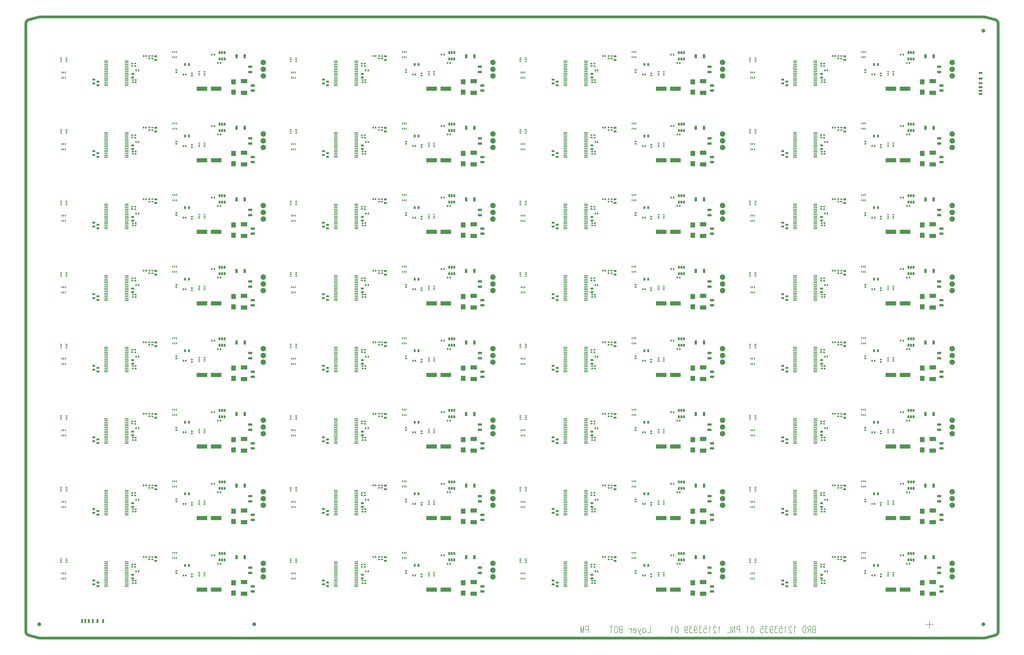
<source format=gbr>
*
G04 Job   : C:\PCB\Expedition\Projects\Manoi001\P08496\12153935_LTM_RH\panel_12153939\12153939.pnl*
G04 User  : UA220009:manoi001*
G04 Layer : SolderPasteBot.gbr*
G04 Date  : Fri Oct 21 17:36:58 2022*
G04 Expedition Layer: Solder Paste - Bottom*
%ICAS*%
%MOIN*%
%FSDAX24Y24*%
%OFA0.0000B0.0000*%
G90*
G74*
%AMVB_RCRECTANGLE*
$3=$3X2*
21,1,$1-$3,$2,0,0,0*
21,1,$1,$2-$3,0,0,0*
$1=$1/2*
$2=$2/2*
$3=$3/2*
$1=$1-$3*
$2=$2-$3*
1,1,$3X2,0-$1,0-$2*
1,1,$3X2,0-$1,$2*
1,1,$3X2,$1,$2*
1,1,$3X2,$1,0-$2*
%
%ADD11C,0.00787*%
%ADD10C,0.03937*%
%ADD15C,0.07874*%
%ADD14VB_RCRECTANGLE,0.02362X0.01575X0.00197*%
%ADD17VB_RCRECTANGLE,0.01575X0.02362X0.00197*%
%ADD12VB_RCRECTANGLE,0.02756X0.01969X0.00197*%
%ADD13VB_RCRECTANGLE,0.01969X0.02756X0.00197*%
%ADD71VB_RCRECTANGLE,0.03937X0.02756X0.00197*%
%ADD22VB_RCRECTANGLE,0.02756X0.03937X0.00197*%
%ADD19VB_RCRECTANGLE,0.02362X0.04331X0.00197*%
%ADD16VB_RCRECTANGLE,0.05512X0.01575X0.00197*%
%ADD70VB_RCRECTANGLE,0.05906X0.03150X0.00197*%
%ADD23VB_RCRECTANGLE,0.03150X0.05906X0.00197*%
%ADD18VB_RCRECTANGLE,0.06693X0.07480X0.00197*%
%ADD21VB_RCRECTANGLE,0.09055X0.06299X0.00197*%
%ADD20VB_RCRECTANGLE,0.15157X0.06299X0.00197*%
G01*
G36*
X-129803Y-000283D02*
G03X-129764Y-000285I000039J000283D01*
X-129478Y000000J000285*
X-129481Y000039I000286*
G01X-129724*
Y000283*
G03X-129764Y000285I000040J000283*
X-130049Y000000J000285*
X-130046Y-000039I000285*
G01X-129803*
Y-000283*
Y000283D02*
Y000039D01*
X-130046*
G03X-130049Y000000I000282J000039*
X-129764Y-000285I000285*
X-129724Y-000283J000285*
G01Y-000039*
X-129481*
G03X-129478Y000000I000283J000039*
X-129764Y000285I000286*
X-129803Y000283J000285*
G01X-129481Y000039D02*
X-129724D01*
Y000283*
G03X-129764Y000285I000040J000283*
X-130049Y000000J000285*
X-130046Y-000039I000285*
G01X-129803*
Y-000283*
G03X-129764Y-000285I000039J000283*
X-129478Y000000J000285*
X-129481Y000039I000286*
G01X-123661Y000197D02*
X-123386D01*
Y000748*
X-123661*
Y000197*
X-123189D02*
X-122913D01*
Y000748*
X-123189*
Y000197*
X-122677D02*
X-122402D01*
Y000748*
X-122677*
Y000197*
X-122087D02*
X-121811D01*
Y000748*
X-122087*
Y000197*
X-121417D02*
X-121142D01*
Y000748*
X-121417*
Y000197*
X-120591D02*
X-120315D01*
Y000748*
X-120591*
Y000197*
X-098465Y-000283D02*
G03X-098425Y-000285I000040J000283D01*
X-098140Y000000J000285*
X-098142Y000039I000285*
G01X-098386*
Y000283*
G03X-098425Y000285I000039J000283*
X-098711Y000000J000285*
X-098708Y-000039I000286*
G01X-098465*
Y-000283*
Y000283D02*
Y000039D01*
X-098708*
G03X-098711Y000000I000283J000039*
X-098425Y-000285I000286*
X-098386Y-000283J000285*
G01Y-000039*
X-098142*
G03X-098140Y000000I000283J000039*
X-098425Y000285I000285*
X-098465Y000283J000285*
G01X-098142Y000039D02*
X-098386D01*
Y000283*
G03X-098425Y000285I000039J000283*
X-098711Y000000J000285*
X-098708Y-000039I000286*
G01X-098465*
Y-000283*
G03X-098425Y-000285I000040J000283*
X-098140Y000000J000285*
X-098142Y000039I000285*
G01X007146Y077185D02*
X007697D01*
Y077461*
X007146*
Y077185*
Y077657D02*
X007697D01*
Y077933*
X007146*
Y077657*
Y078169D02*
X007697D01*
Y078445*
X007146*
Y078169*
Y078760D02*
X007697D01*
Y079035*
X007146*
Y078760*
Y079429D02*
X007697D01*
Y079705*
X007146*
Y079429*
Y080256D02*
X007697D01*
Y080531*
X007146*
Y080256*
X007795Y-000283D02*
G03X007835Y-000285I000040J000283D01*
X008120Y000000J000285*
X008117Y000039I000285*
G01X007874*
Y000283*
G03X007835Y000285I000039J000283*
X007549Y000000J000285*
X007552Y-000039I000286*
G01X007795*
Y-000283*
Y000283D02*
Y000039D01*
X007552*
G03X007549Y000000I000283J000039*
X007835Y-000285I000286*
X007874Y-000283J000285*
G01Y-000039*
X008117*
G03X008120Y000000I000282J000039*
X007835Y000285I000285*
X007795Y000283J000285*
G01Y086253D02*
G03X007835Y086250I000040J000282D01*
X008120Y086535J000285*
X008117Y086575I000285*
G01X007874*
Y086818*
G03X007835Y086821I000039J000283*
X007549Y086535J000286*
X007552Y086496I000286*
G01X007795*
Y086253*
Y086818D02*
Y086575D01*
X007552*
G03X007549Y086535I000283J000040*
X007835Y086250I000286*
X007874Y086253J000285*
G01Y086496*
X008117*
G03X008120Y086535I000282J000039*
X007835Y086821I000285*
X007795Y086818J000286*
G01X008117Y000039D02*
X007874D01*
Y000283*
G03X007835Y000285I000039J000283*
X007549Y000000J000285*
X007552Y-000039I000286*
G01X007795*
Y-000283*
G03X007835Y-000285I000040J000283*
X008120Y000000J000285*
X008117Y000039I000285*
G01Y086575D02*
X007874D01*
Y086818*
G03X007835Y086821I000039J000283*
X007549Y086535J000286*
X007552Y086496I000286*
G01X007795*
Y086253*
G03X007835Y086250I000040J000282*
X008120Y086535J000285*
X008117Y086575I000285*
G37*
G54D10*
G01X-056535Y-002008D02*
X-129717D01*
G02X-129871Y-001987J000591*
G01X-131295Y-001602*
G02X-131732Y-001032I000154J000570*
G01Y-001031*
Y087575*
G02X-131291Y088146I000590*
G01X-129870Y088524*
G02X-129719Y088543I000151J000572*
X-129717J000591*
G01X007992*
G02X008142Y088524I000001J000590*
G01X009563Y088150*
G02X010000Y087579I000154J000571*
G01Y-001031*
Y-001032*
G02X009563Y-001602I000591*
G01X008151Y-001987*
G02X007995Y-002008I000156J000570*
G01X-056535*
G54D11*
X-050416Y-001259D02*
Y-000275D01*
X-050635Y-001259*
X-050854Y-000275*
Y-001259*
X-049727D02*
Y-000275D01*
X-050009*
X-050103Y-000334*
X-050134Y-000379*
X-050165Y-000468*
Y-000603*
X-050134Y-000707*
X-050103Y-000752*
X-050009Y-000797*
X-049727*
X-046403Y-000275D02*
Y-001259D01*
X-046183Y-000275D02*
X-046622D01*
X-045651D02*
X-045599Y-000334D01*
X-045547Y-000424*
X-045515Y-000513*
X-045494Y-000647*
Y-000886*
X-045515Y-001020*
X-045547Y-001125*
X-045599Y-001214*
X-045651Y-001259*
X-045766*
X-045818Y-001214*
X-045881Y-001125*
X-045902Y-001020*
X-045933Y-000886*
Y-000647*
X-045902Y-000513*
X-045881Y-000424*
X-045818Y-000334*
X-045766Y-000275*
X-045651*
X-044806Y-000752D02*
X-045087D01*
X-045181Y-000797*
X-045213Y-000841*
X-045244Y-000931*
Y-001080*
X-045213Y-001169*
X-045181Y-001214*
X-045087Y-001259*
X-044806*
Y-000275*
X-045087*
X-045181Y-000334*
X-045213Y-000379*
X-045244Y-000468*
Y-000558*
X-045213Y-000647*
X-045181Y-000707*
X-045087Y-000752*
X-043428Y-000886D02*
X-043480Y-000752D01*
X-043584Y-000662*
X-043699Y-000618*
X-043866*
X-043428D02*
Y-001259D01*
X-042739Y-000886D02*
X-043177D01*
Y-000797*
X-043146Y-000707*
X-043104Y-000662*
X-043031Y-000618*
X-042916*
X-042843Y-000662*
X-042770Y-000752*
X-042739Y-000886*
Y-000990*
X-042770Y-001125*
X-042843Y-001214*
X-042916Y-001259*
X-043031*
X-043104Y-001214*
X-043177Y-001125*
X-042488Y-000618D02*
X-042279Y-001259D01*
X-042217Y-001453*
X-042144Y-001542*
X-042081Y-001587*
X-042050*
X-042081Y-000618D02*
X-042279Y-001259D01*
X-041799Y-000752D02*
X-041726Y-000662D01*
X-041653Y-000618*
X-041538*
X-041465Y-000662*
X-041392Y-000752*
X-041361Y-000886*
Y-000990*
X-041392Y-001125*
X-041465Y-001214*
X-041538Y-001259*
X-041653*
X-041726Y-001214*
X-041799Y-001125*
Y-000618D02*
Y-001259D01*
X-040672Y-000275D02*
Y-001259D01*
X-041110*
X-037492Y-000466D02*
X-037534Y-000421D01*
X-037586Y-000287*
Y-001256*
X-036824Y-000287D02*
X-036730Y-000331D01*
X-036667Y-000466*
X-036636Y-000704*
Y-000838*
X-036667Y-001077*
X-036730Y-001211*
X-036824Y-001256*
X-036886*
X-036980Y-001211*
X-037043Y-001077*
X-037074Y-000838*
Y-000704*
X-037043Y-000466*
X-036980Y-000331*
X-036886Y-000287*
X-036824*
X-035696Y-000600D02*
X-035665Y-000749D01*
X-035602Y-000838*
X-035488Y-000883*
X-035456*
X-035352Y-000838*
X-035289Y-000749*
X-035258Y-000600*
Y-000555*
X-035289Y-000421*
X-035352Y-000331*
X-035456Y-000287*
X-035488*
X-035602Y-000331*
X-035665Y-000421*
X-035696Y-000600*
Y-000838*
X-035665Y-001077*
X-035602Y-001211*
X-035488Y-001256*
X-035425*
X-035321Y-001211*
X-035289Y-001122*
X-034632Y-000287D02*
X-034976D01*
X-034788Y-000659*
X-034882*
X-034945Y-000704*
X-034976Y-000749*
X-035007Y-000883*
Y-000987*
X-034976Y-001122*
X-034913Y-001211*
X-034820Y-001256*
X-034726*
X-034632Y-001211*
X-034600Y-001166*
X-034569Y-001077*
X-034318Y-000600D02*
X-034287Y-000749D01*
X-034225Y-000838*
X-034110Y-000883*
X-034078*
X-033974Y-000838*
X-033911Y-000749*
X-033880Y-000600*
Y-000555*
X-033911Y-000421*
X-033974Y-000331*
X-034078Y-000287*
X-034110*
X-034225Y-000331*
X-034287Y-000421*
X-034318Y-000600*
Y-000838*
X-034287Y-001077*
X-034225Y-001211*
X-034110Y-001256*
X-034047*
X-033943Y-001211*
X-033911Y-001122*
X-033254Y-000287D02*
X-033598D01*
X-033410Y-000659*
X-033504*
X-033567Y-000704*
X-033598Y-000749*
X-033630Y-000883*
Y-000987*
X-033598Y-001122*
X-033536Y-001211*
X-033442Y-001256*
X-033348*
X-033254Y-001211*
X-033222Y-001166*
X-033191Y-001077*
X-032878Y-000287D02*
X-032565D01*
X-032533Y-000704*
X-032565Y-000659*
X-032659Y-000615*
X-032753*
X-032847Y-000659*
X-032909Y-000749*
X-032941Y-000883*
Y-000987*
X-032909Y-001122*
X-032847Y-001211*
X-032753Y-001256*
X-032659*
X-032565Y-001211*
X-032533Y-001166*
X-032502Y-001077*
X-031980Y-000466D02*
X-032022Y-000421D01*
X-032074Y-000287*
Y-001256*
X-031156Y-000510D02*
Y-000466D01*
X-031187Y-000376*
X-031218Y-000331*
X-031281Y-000272*
X-031406*
X-031469Y-000331*
X-031500Y-000376*
X-031531Y-000466*
Y-000555*
X-031500Y-000644*
X-031437Y-000794*
X-031124Y-001256*
X-031563*
X-030602Y-000466D02*
X-030644Y-000421D01*
X-030696Y-000287*
Y-001256*
X-029057Y-000272D02*
Y-001256D01*
X-029496*
X-028368D02*
Y-000272D01*
X-028807Y-001256*
Y-000272*
X-027679Y-001256D02*
Y-000272D01*
X-027961*
X-028055Y-000331*
X-028087Y-000376*
X-028118Y-000466*
Y-000600*
X-028087Y-000704*
X-028055Y-000749*
X-027961Y-000794*
X-027679*
X-026468Y-000466D02*
X-026510Y-000421D01*
X-026562Y-000287*
Y-001256*
X-025800Y-000287D02*
X-025706Y-000331D01*
X-025644Y-000466*
X-025613Y-000704*
Y-000838*
X-025644Y-001077*
X-025706Y-001211*
X-025800Y-001256*
X-025863*
X-025957Y-001211*
X-026020Y-001077*
X-026051Y-000838*
Y-000704*
X-026020Y-000466*
X-025957Y-000331*
X-025863Y-000287*
X-025800*
X-024610D02*
X-024297D01*
X-024266Y-000704*
X-024297Y-000659*
X-024391Y-000615*
X-024485*
X-024579Y-000659*
X-024642Y-000749*
X-024673Y-000883*
Y-000987*
X-024642Y-001122*
X-024579Y-001211*
X-024485Y-001256*
X-024391*
X-024297Y-001211*
X-024266Y-001166*
X-024235Y-001077*
X-023608Y-000287D02*
X-023953D01*
X-023765Y-000659*
X-023859*
X-023921Y-000704*
X-023953Y-000749*
X-023984Y-000883*
Y-000987*
X-023953Y-001122*
X-023890Y-001211*
X-023796Y-001256*
X-023702*
X-023608Y-001211*
X-023577Y-001166*
X-023546Y-001077*
X-023295Y-000600D02*
X-023264Y-000749D01*
X-023201Y-000838*
X-023086Y-000883*
X-023055*
X-022951Y-000838*
X-022888Y-000749*
X-022857Y-000600*
Y-000555*
X-022888Y-000421*
X-022951Y-000331*
X-023055Y-000287*
X-023086*
X-023201Y-000331*
X-023264Y-000421*
X-023295Y-000600*
Y-000838*
X-023264Y-001077*
X-023201Y-001211*
X-023086Y-001256*
X-023024*
X-022919Y-001211*
X-022888Y-001122*
X-022230Y-000287D02*
X-022575D01*
X-022387Y-000659*
X-022481*
X-022543Y-000704*
X-022575Y-000749*
X-022606Y-000883*
Y-000987*
X-022575Y-001122*
X-022512Y-001211*
X-022418Y-001256*
X-022324*
X-022230Y-001211*
X-022199Y-001166*
X-022168Y-001077*
X-021855Y-000287D02*
X-021541D01*
X-021510Y-000704*
X-021541Y-000659*
X-021635Y-000615*
X-021729*
X-021823Y-000659*
X-021886Y-000749*
X-021917Y-000883*
Y-000987*
X-021886Y-001122*
X-021823Y-001211*
X-021729Y-001256*
X-021635*
X-021541Y-001211*
X-021510Y-001166*
X-021479Y-001077*
X-020957Y-000466D02*
X-020999Y-000421D01*
X-021051Y-000287*
Y-001256*
X-020132Y-000510D02*
Y-000466D01*
X-020163Y-000376*
X-020195Y-000331*
X-020257Y-000272*
X-020383*
X-020445Y-000331*
X-020477Y-000376*
X-020508Y-000466*
Y-000555*
X-020477Y-000644*
X-020414Y-000794*
X-020101Y-001256*
X-020539*
X-019579Y-000466D02*
X-019621Y-000421D01*
X-019673Y-000287*
Y-001256*
X-018034Y-000272D02*
X-018253D01*
X-018347Y-000331*
X-018410Y-000421*
X-018441Y-000510*
X-018472Y-000644*
Y-000883*
X-018441Y-001017*
X-018410Y-001122*
X-018347Y-001211*
X-018253Y-001256*
X-018034*
Y-000272*
X-017564Y-000749D02*
X-017783Y-001256D01*
X-017345D02*
Y-000272D01*
X-017627*
X-017721Y-000331*
X-017752Y-000376*
X-017783Y-000466*
Y-000555*
X-017752Y-000644*
X-017721Y-000704*
X-017627Y-000749*
X-017345*
X-016656D02*
X-016938D01*
X-017032Y-000794*
X-017063Y-000838*
X-017094Y-000928*
Y-001077*
X-017063Y-001166*
X-017032Y-001211*
X-016938Y-001256*
X-016656*
Y-000272*
X-016938*
X-017032Y-000331*
X-017063Y-000376*
X-017094Y-000466*
Y-000555*
X-017063Y-000644*
X-017032Y-000704*
X-016938Y-000749*
X-000591Y000000D02*
X000591D01*
X000000Y000591D02*
Y-000591D01*
G54D12*
X-116201Y008376D03*
Y008730D03*
Y018809D03*
Y019163D03*
Y029242D03*
Y029596D03*
Y039675D03*
Y040030D03*
Y050108D03*
Y050463D03*
Y060541D03*
Y060896D03*
Y070974D03*
Y071329D03*
Y081407D03*
Y081762D03*
X-116122Y005984D03*
Y006339D03*
Y016417D03*
Y016772D03*
Y026850D03*
Y027205D03*
Y037283D03*
Y037638D03*
Y047717D03*
Y048071D03*
Y058150D03*
Y058504D03*
Y068583D03*
Y068937D03*
Y079016D03*
Y079370D03*
X-115768Y008366D03*
Y008720D03*
Y018799D03*
Y019154D03*
Y029232D03*
Y029587D03*
Y039665D03*
Y040020D03*
Y050098D03*
Y050453D03*
Y060531D03*
Y060886D03*
Y070965D03*
Y071319D03*
Y081398D03*
Y081752D03*
X-115701Y005984D03*
Y006339D03*
Y016417D03*
Y016772D03*
Y026850D03*
Y027205D03*
Y037283D03*
Y037638D03*
Y047717D03*
Y048071D03*
Y058150D03*
Y058504D03*
Y068583D03*
Y068937D03*
Y079016D03*
Y079370D03*
X-113717Y009469D03*
Y009823D03*
Y019902D03*
Y020256D03*
Y030335D03*
Y030689D03*
Y040768D03*
Y041122D03*
Y051201D03*
Y051555D03*
Y061634D03*
Y061988D03*
Y072067D03*
Y072421D03*
Y082500D03*
Y082854D03*
X-113283Y009469D03*
Y009823D03*
Y019902D03*
Y020256D03*
Y030335D03*
Y030689D03*
Y040768D03*
Y041122D03*
Y051201D03*
Y051555D03*
Y061634D03*
Y061988D03*
Y072067D03*
Y072421D03*
Y082500D03*
Y082854D03*
X-109768Y007441D03*
Y007795D03*
Y017874D03*
Y018228D03*
Y028307D03*
Y028661D03*
Y038740D03*
Y039094D03*
Y049173D03*
Y049528D03*
Y059606D03*
Y059961D03*
Y070039D03*
Y070394D03*
Y080472D03*
Y080827D03*
X-107500Y006949D03*
Y007303D03*
Y017382D03*
Y017736D03*
Y027815D03*
Y028169D03*
Y038248D03*
Y038602D03*
Y048681D03*
Y049035D03*
Y059114D03*
Y059469D03*
Y069547D03*
Y069902D03*
Y079980D03*
Y080335D03*
X-082736Y008376D03*
Y008730D03*
Y018809D03*
Y019163D03*
Y029242D03*
Y029596D03*
Y039675D03*
Y040030D03*
Y050108D03*
Y050463D03*
Y060541D03*
Y060896D03*
Y070974D03*
Y071329D03*
Y081407D03*
Y081762D03*
X-082657Y005984D03*
Y006339D03*
Y016417D03*
Y016772D03*
Y026850D03*
Y027205D03*
Y037283D03*
Y037638D03*
Y047717D03*
Y048071D03*
Y058150D03*
Y058504D03*
Y068583D03*
Y068937D03*
Y079016D03*
Y079370D03*
X-082303Y008366D03*
Y008720D03*
Y018799D03*
Y019154D03*
Y029232D03*
Y029587D03*
Y039665D03*
Y040020D03*
Y050098D03*
Y050453D03*
Y060531D03*
Y060886D03*
Y070965D03*
Y071319D03*
Y081398D03*
Y081752D03*
X-082236Y005984D03*
Y006339D03*
Y016417D03*
Y016772D03*
Y026850D03*
Y027205D03*
Y037283D03*
Y037638D03*
Y047717D03*
Y048071D03*
Y058150D03*
Y058504D03*
Y068583D03*
Y068937D03*
Y079016D03*
Y079370D03*
X-080252Y009469D03*
Y009823D03*
Y019902D03*
Y020256D03*
Y030335D03*
Y030689D03*
Y040768D03*
Y041122D03*
Y051201D03*
Y051555D03*
Y061634D03*
Y061988D03*
Y072067D03*
Y072421D03*
Y082500D03*
Y082854D03*
X-079819Y009469D03*
Y009823D03*
Y019902D03*
Y020256D03*
Y030335D03*
Y030689D03*
Y040768D03*
Y041122D03*
Y051201D03*
Y051555D03*
Y061634D03*
Y061988D03*
Y072067D03*
Y072421D03*
Y082500D03*
Y082854D03*
X-076303Y007441D03*
Y007795D03*
Y017874D03*
Y018228D03*
Y028307D03*
Y028661D03*
Y038740D03*
Y039094D03*
Y049173D03*
Y049528D03*
Y059606D03*
Y059961D03*
Y070039D03*
Y070394D03*
Y080472D03*
Y080827D03*
X-074035Y006949D03*
Y007303D03*
Y017382D03*
Y017736D03*
Y027815D03*
Y028169D03*
Y038248D03*
Y038602D03*
Y048681D03*
Y049035D03*
Y059114D03*
Y059469D03*
Y069547D03*
Y069902D03*
Y079980D03*
Y080335D03*
X-049272Y008376D03*
Y008730D03*
Y018809D03*
Y019163D03*
Y029242D03*
Y029596D03*
Y039675D03*
Y040030D03*
Y050108D03*
Y050463D03*
Y060541D03*
Y060896D03*
Y070974D03*
Y071329D03*
Y081407D03*
Y081762D03*
X-049193Y005984D03*
Y006339D03*
Y016417D03*
Y016772D03*
Y026850D03*
Y027205D03*
Y037283D03*
Y037638D03*
Y047717D03*
Y048071D03*
Y058150D03*
Y058504D03*
Y068583D03*
Y068937D03*
Y079016D03*
Y079370D03*
X-048839Y008366D03*
Y008720D03*
Y018799D03*
Y019154D03*
Y029232D03*
Y029587D03*
Y039665D03*
Y040020D03*
Y050098D03*
Y050453D03*
Y060531D03*
Y060886D03*
Y070965D03*
Y071319D03*
Y081398D03*
Y081752D03*
X-048772Y005984D03*
Y006339D03*
Y016417D03*
Y016772D03*
Y026850D03*
Y027205D03*
Y037283D03*
Y037638D03*
Y047717D03*
Y048071D03*
Y058150D03*
Y058504D03*
Y068583D03*
Y068937D03*
Y079016D03*
Y079370D03*
X-046787Y009469D03*
Y009823D03*
Y019902D03*
Y020256D03*
Y030335D03*
Y030689D03*
Y040768D03*
Y041122D03*
Y051201D03*
Y051555D03*
Y061634D03*
Y061988D03*
Y072067D03*
Y072421D03*
Y082500D03*
Y082854D03*
X-046354Y009469D03*
Y009823D03*
Y019902D03*
Y020256D03*
Y030335D03*
Y030689D03*
Y040768D03*
Y041122D03*
Y051201D03*
Y051555D03*
Y061634D03*
Y061988D03*
Y072067D03*
Y072421D03*
Y082500D03*
Y082854D03*
X-042839Y007441D03*
Y007795D03*
Y017874D03*
Y018228D03*
Y028307D03*
Y028661D03*
Y038740D03*
Y039094D03*
Y049173D03*
Y049528D03*
Y059606D03*
Y059961D03*
Y070039D03*
Y070394D03*
Y080472D03*
Y080827D03*
X-040571Y006949D03*
Y007303D03*
Y017382D03*
Y017736D03*
Y027815D03*
Y028169D03*
Y038248D03*
Y038602D03*
Y048681D03*
Y049035D03*
Y059114D03*
Y059469D03*
Y069547D03*
Y069902D03*
Y079980D03*
Y080335D03*
X-015807Y008376D03*
Y008730D03*
Y018809D03*
Y019163D03*
Y029242D03*
Y029596D03*
Y039675D03*
Y040030D03*
Y050108D03*
Y050463D03*
Y060541D03*
Y060896D03*
Y070974D03*
Y071329D03*
Y081407D03*
Y081762D03*
X-015728Y005984D03*
Y006339D03*
Y016417D03*
Y016772D03*
Y026850D03*
Y027205D03*
Y037283D03*
Y037638D03*
Y047717D03*
Y048071D03*
Y058150D03*
Y058504D03*
Y068583D03*
Y068937D03*
Y079016D03*
Y079370D03*
X-015374Y008366D03*
Y008720D03*
Y018799D03*
Y019154D03*
Y029232D03*
Y029587D03*
Y039665D03*
Y040020D03*
Y050098D03*
Y050453D03*
Y060531D03*
Y060886D03*
Y070965D03*
Y071319D03*
Y081398D03*
Y081752D03*
X-015307Y005984D03*
Y006339D03*
Y016417D03*
Y016772D03*
Y026850D03*
Y027205D03*
Y037283D03*
Y037638D03*
Y047717D03*
Y048071D03*
Y058150D03*
Y058504D03*
Y068583D03*
Y068937D03*
Y079016D03*
Y079370D03*
X-013323Y009469D03*
Y009823D03*
Y019902D03*
Y020256D03*
Y030335D03*
Y030689D03*
Y040768D03*
Y041122D03*
Y051201D03*
Y051555D03*
Y061634D03*
Y061988D03*
Y072067D03*
Y072421D03*
Y082500D03*
Y082854D03*
X-012890Y009469D03*
Y009823D03*
Y019902D03*
Y020256D03*
Y030335D03*
Y030689D03*
Y040768D03*
Y041122D03*
Y051201D03*
Y051555D03*
Y061634D03*
Y061988D03*
Y072067D03*
Y072421D03*
Y082500D03*
Y082854D03*
X-009374Y007441D03*
Y007795D03*
Y017874D03*
Y018228D03*
Y028307D03*
Y028661D03*
Y038740D03*
Y039094D03*
Y049173D03*
Y049528D03*
Y059606D03*
Y059961D03*
Y070039D03*
Y070394D03*
Y080472D03*
Y080827D03*
X-007106Y006949D03*
Y007303D03*
Y017382D03*
Y017736D03*
Y027815D03*
Y028169D03*
Y038248D03*
Y038602D03*
Y048681D03*
Y049035D03*
Y059114D03*
Y059469D03*
Y069547D03*
Y069902D03*
Y079980D03*
Y080335D03*
G54D13*
X-115650Y007736D03*
Y018169D03*
Y028602D03*
Y039035D03*
Y049469D03*
Y059902D03*
Y070335D03*
Y080768D03*
X-115295Y007736D03*
Y018169D03*
Y028602D03*
Y039035D03*
Y049469D03*
Y059902D03*
Y070335D03*
Y080768D03*
X-114555Y009819D03*
Y020252D03*
Y030685D03*
Y041118D03*
Y051551D03*
Y061984D03*
Y072417D03*
Y082850D03*
X-114201Y009819D03*
Y020252D03*
Y030685D03*
Y041118D03*
Y051551D03*
Y061984D03*
Y072417D03*
Y082850D03*
X-108760Y007114D03*
Y017547D03*
Y027980D03*
Y038413D03*
Y048846D03*
Y059280D03*
Y069713D03*
Y080146D03*
X-108406Y007114D03*
Y017547D03*
Y027980D03*
Y038413D03*
Y048846D03*
Y059280D03*
Y069713D03*
Y080146D03*
X-104606Y010039D03*
Y020472D03*
Y030906D03*
Y041339D03*
Y051772D03*
Y062205D03*
Y072638D03*
Y083071D03*
X-104252Y010039D03*
Y020472D03*
Y030906D03*
Y041339D03*
Y051772D03*
Y062205D03*
Y072638D03*
Y083071D03*
X-103701Y008819D03*
Y019252D03*
Y029685D03*
Y040118D03*
Y050551D03*
Y060984D03*
Y071417D03*
Y081850D03*
X-103346Y008819D03*
Y019252D03*
Y029685D03*
Y040118D03*
Y050551D03*
Y060984D03*
Y071417D03*
Y081850D03*
X-082185Y007736D03*
Y018169D03*
Y028602D03*
Y039035D03*
Y049469D03*
Y059902D03*
Y070335D03*
Y080768D03*
X-081831Y007736D03*
Y018169D03*
Y028602D03*
Y039035D03*
Y049469D03*
Y059902D03*
Y070335D03*
Y080768D03*
X-081091Y009819D03*
Y020252D03*
Y030685D03*
Y041118D03*
Y051551D03*
Y061984D03*
Y072417D03*
Y082850D03*
X-080736Y009819D03*
Y020252D03*
Y030685D03*
Y041118D03*
Y051551D03*
Y061984D03*
Y072417D03*
Y082850D03*
X-075295Y007114D03*
Y017547D03*
Y027980D03*
Y038413D03*
Y048846D03*
Y059280D03*
Y069713D03*
Y080146D03*
X-074941Y007114D03*
Y017547D03*
Y027980D03*
Y038413D03*
Y048846D03*
Y059280D03*
Y069713D03*
Y080146D03*
X-071142Y010039D03*
Y020472D03*
Y030906D03*
Y041339D03*
Y051772D03*
Y062205D03*
Y072638D03*
Y083071D03*
X-070787Y010039D03*
Y020472D03*
Y030906D03*
Y041339D03*
Y051772D03*
Y062205D03*
Y072638D03*
Y083071D03*
X-070236Y008819D03*
Y019252D03*
Y029685D03*
Y040118D03*
Y050551D03*
Y060984D03*
Y071417D03*
Y081850D03*
X-069882Y008819D03*
Y019252D03*
Y029685D03*
Y040118D03*
Y050551D03*
Y060984D03*
Y071417D03*
Y081850D03*
X-048720Y007736D03*
Y018169D03*
Y028602D03*
Y039035D03*
Y049469D03*
Y059902D03*
Y070335D03*
Y080768D03*
X-048366Y007736D03*
Y018169D03*
Y028602D03*
Y039035D03*
Y049469D03*
Y059902D03*
Y070335D03*
Y080768D03*
X-047626Y009819D03*
Y020252D03*
Y030685D03*
Y041118D03*
Y051551D03*
Y061984D03*
Y072417D03*
Y082850D03*
X-047272Y009819D03*
Y020252D03*
Y030685D03*
Y041118D03*
Y051551D03*
Y061984D03*
Y072417D03*
Y082850D03*
X-041831Y007114D03*
Y017547D03*
Y027980D03*
Y038413D03*
Y048846D03*
Y059280D03*
Y069713D03*
Y080146D03*
X-041476Y007114D03*
Y017547D03*
Y027980D03*
Y038413D03*
Y048846D03*
Y059280D03*
Y069713D03*
Y080146D03*
X-037677Y010039D03*
Y020472D03*
Y030906D03*
Y041339D03*
Y051772D03*
Y062205D03*
Y072638D03*
Y083071D03*
X-037323Y010039D03*
Y020472D03*
Y030906D03*
Y041339D03*
Y051772D03*
Y062205D03*
Y072638D03*
Y083071D03*
X-036772Y008819D03*
Y019252D03*
Y029685D03*
Y040118D03*
Y050551D03*
Y060984D03*
Y071417D03*
Y081850D03*
X-036417Y008819D03*
Y019252D03*
Y029685D03*
Y040118D03*
Y050551D03*
Y060984D03*
Y071417D03*
Y081850D03*
X-015256Y007736D03*
Y018169D03*
Y028602D03*
Y039035D03*
Y049469D03*
Y059902D03*
Y070335D03*
Y080768D03*
X-014902Y007736D03*
Y018169D03*
Y028602D03*
Y039035D03*
Y049469D03*
Y059902D03*
Y070335D03*
Y080768D03*
X-014161Y009819D03*
Y020252D03*
Y030685D03*
Y041118D03*
Y051551D03*
Y061984D03*
Y072417D03*
Y082850D03*
X-013807Y009819D03*
Y020252D03*
Y030685D03*
Y041118D03*
Y051551D03*
Y061984D03*
Y072417D03*
Y082850D03*
X-008366Y007114D03*
Y017547D03*
Y027980D03*
Y038413D03*
Y048846D03*
Y059280D03*
Y069713D03*
Y080146D03*
X-008012Y007114D03*
Y017547D03*
Y027980D03*
Y038413D03*
Y048846D03*
Y059280D03*
Y069713D03*
Y080146D03*
X-004213Y010039D03*
Y020472D03*
Y030906D03*
Y041339D03*
Y051772D03*
Y062205D03*
Y072638D03*
Y083071D03*
X-003858Y010039D03*
Y020472D03*
Y030906D03*
Y041339D03*
Y051772D03*
Y062205D03*
Y072638D03*
Y083071D03*
X-003307Y008819D03*
Y019252D03*
Y029685D03*
Y040118D03*
Y050551D03*
Y060984D03*
Y071417D03*
Y081850D03*
X-002953Y008819D03*
Y019252D03*
Y029685D03*
Y040118D03*
Y050551D03*
Y060984D03*
Y071417D03*
Y081850D03*
G54D14*
X-126575Y009020D03*
Y009276D03*
Y009531D03*
Y019453D03*
Y019709D03*
Y019965D03*
Y029886D03*
Y030142D03*
Y030398D03*
Y040319D03*
Y040575D03*
Y040831D03*
Y050752D03*
Y051008D03*
Y051264D03*
Y061185D03*
Y061441D03*
Y061697D03*
Y071618D03*
Y071874D03*
Y072130D03*
Y082051D03*
Y082307D03*
Y082563D03*
X-125787Y009020D03*
Y009276D03*
Y009531D03*
Y019453D03*
Y019709D03*
Y019965D03*
Y029886D03*
Y030142D03*
Y030398D03*
Y040319D03*
Y040575D03*
Y040831D03*
Y050752D03*
Y051008D03*
Y051264D03*
Y061185D03*
Y061441D03*
Y061697D03*
Y071618D03*
Y071874D03*
Y072130D03*
Y082051D03*
Y082307D03*
Y082563D03*
X-106455Y007043D03*
Y007299D03*
Y007555D03*
Y017476D03*
Y017732D03*
Y017988D03*
Y027909D03*
Y028165D03*
Y028421D03*
Y038343D03*
Y038598D03*
Y038854D03*
Y048776D03*
Y049031D03*
Y049287D03*
Y059209D03*
Y059465D03*
Y059720D03*
Y069642D03*
Y069898D03*
Y070154D03*
Y080075D03*
Y080331D03*
Y080587D03*
X-105667Y007043D03*
Y007299D03*
Y007555D03*
Y017476D03*
Y017732D03*
Y017988D03*
Y027909D03*
Y028165D03*
Y028421D03*
Y038343D03*
Y038598D03*
Y038854D03*
Y048776D03*
Y049031D03*
Y049287D03*
Y059209D03*
Y059465D03*
Y059720D03*
Y069642D03*
Y069898D03*
Y070154D03*
Y080075D03*
Y080331D03*
Y080587D03*
X-093110Y009020D03*
Y009276D03*
Y009531D03*
Y019453D03*
Y019709D03*
Y019965D03*
Y029886D03*
Y030142D03*
Y030398D03*
Y040319D03*
Y040575D03*
Y040831D03*
Y050752D03*
Y051008D03*
Y051264D03*
Y061185D03*
Y061441D03*
Y061697D03*
Y071618D03*
Y071874D03*
Y072130D03*
Y082051D03*
Y082307D03*
Y082563D03*
X-092323Y009020D03*
Y009276D03*
Y009531D03*
Y019453D03*
Y019709D03*
Y019965D03*
Y029886D03*
Y030142D03*
Y030398D03*
Y040319D03*
Y040575D03*
Y040831D03*
Y050752D03*
Y051008D03*
Y051264D03*
Y061185D03*
Y061441D03*
Y061697D03*
Y071618D03*
Y071874D03*
Y072130D03*
Y082051D03*
Y082307D03*
Y082563D03*
X-072990Y007043D03*
Y007299D03*
Y007555D03*
Y017476D03*
Y017732D03*
Y017988D03*
Y027909D03*
Y028165D03*
Y028421D03*
Y038343D03*
Y038598D03*
Y038854D03*
Y048776D03*
Y049031D03*
Y049287D03*
Y059209D03*
Y059465D03*
Y059720D03*
Y069642D03*
Y069898D03*
Y070154D03*
Y080075D03*
Y080331D03*
Y080587D03*
X-072203Y007043D03*
Y007299D03*
Y007555D03*
Y017476D03*
Y017732D03*
Y017988D03*
Y027909D03*
Y028165D03*
Y028421D03*
Y038343D03*
Y038598D03*
Y038854D03*
Y048776D03*
Y049031D03*
Y049287D03*
Y059209D03*
Y059465D03*
Y059720D03*
Y069642D03*
Y069898D03*
Y070154D03*
Y080075D03*
Y080331D03*
Y080587D03*
X-059646Y009020D03*
Y009276D03*
Y009531D03*
Y019453D03*
Y019709D03*
Y019965D03*
Y029886D03*
Y030142D03*
Y030398D03*
Y040319D03*
Y040575D03*
Y040831D03*
Y050752D03*
Y051008D03*
Y051264D03*
Y061185D03*
Y061441D03*
Y061697D03*
Y071618D03*
Y071874D03*
Y072130D03*
Y082051D03*
Y082307D03*
Y082563D03*
X-058858Y009020D03*
Y009276D03*
Y009531D03*
Y019453D03*
Y019709D03*
Y019965D03*
Y029886D03*
Y030142D03*
Y030398D03*
Y040319D03*
Y040575D03*
Y040831D03*
Y050752D03*
Y051008D03*
Y051264D03*
Y061185D03*
Y061441D03*
Y061697D03*
Y071618D03*
Y071874D03*
Y072130D03*
Y082051D03*
Y082307D03*
Y082563D03*
X-039525Y007043D03*
Y007299D03*
Y007555D03*
Y017476D03*
Y017732D03*
Y017988D03*
Y027909D03*
Y028165D03*
Y028421D03*
Y038343D03*
Y038598D03*
Y038854D03*
Y048776D03*
Y049031D03*
Y049287D03*
Y059209D03*
Y059465D03*
Y059720D03*
Y069642D03*
Y069898D03*
Y070154D03*
Y080075D03*
Y080331D03*
Y080587D03*
X-038738Y007043D03*
Y007299D03*
Y007555D03*
Y017476D03*
Y017732D03*
Y017988D03*
Y027909D03*
Y028165D03*
Y028421D03*
Y038343D03*
Y038598D03*
Y038854D03*
Y048776D03*
Y049031D03*
Y049287D03*
Y059209D03*
Y059465D03*
Y059720D03*
Y069642D03*
Y069898D03*
Y070154D03*
Y080075D03*
Y080331D03*
Y080587D03*
X-026181Y009020D03*
Y009276D03*
Y009531D03*
Y019453D03*
Y019709D03*
Y019965D03*
Y029886D03*
Y030142D03*
Y030398D03*
Y040319D03*
Y040575D03*
Y040831D03*
Y050752D03*
Y051008D03*
Y051264D03*
Y061185D03*
Y061441D03*
Y061697D03*
Y071618D03*
Y071874D03*
Y072130D03*
Y082051D03*
Y082307D03*
Y082563D03*
X-025394Y009020D03*
Y009276D03*
Y009531D03*
Y019453D03*
Y019709D03*
Y019965D03*
Y029886D03*
Y030142D03*
Y030398D03*
Y040319D03*
Y040575D03*
Y040831D03*
Y050752D03*
Y051008D03*
Y051264D03*
Y061185D03*
Y061441D03*
Y061697D03*
Y071618D03*
Y071874D03*
Y072130D03*
Y082051D03*
Y082307D03*
Y082563D03*
X-006061Y007043D03*
Y007299D03*
Y007555D03*
Y017476D03*
Y017732D03*
Y017988D03*
Y027909D03*
Y028165D03*
Y028421D03*
Y038343D03*
Y038598D03*
Y038854D03*
Y048776D03*
Y049031D03*
Y049287D03*
Y059209D03*
Y059465D03*
Y059720D03*
Y069642D03*
Y069898D03*
Y070154D03*
Y080075D03*
Y080331D03*
Y080587D03*
X-005273Y007043D03*
Y007299D03*
Y007555D03*
Y017476D03*
Y017732D03*
Y017988D03*
Y027909D03*
Y028165D03*
Y028421D03*
Y038343D03*
Y038598D03*
Y038854D03*
Y048776D03*
Y049031D03*
Y049287D03*
Y059209D03*
Y059465D03*
Y059720D03*
Y069642D03*
Y069898D03*
Y070154D03*
Y080075D03*
Y080331D03*
Y080587D03*
G54D15*
X-097126Y006909D03*
Y007894D03*
Y008878D03*
Y017343D03*
Y018327D03*
Y019311D03*
Y027776D03*
Y028760D03*
Y029744D03*
Y038209D03*
Y039193D03*
Y040177D03*
Y048642D03*
Y049626D03*
Y050610D03*
Y059075D03*
Y060059D03*
Y061043D03*
Y069508D03*
Y070492D03*
Y071476D03*
Y079941D03*
Y080925D03*
Y081909D03*
X-063661Y006909D03*
Y007894D03*
Y008878D03*
Y017343D03*
Y018327D03*
Y019311D03*
Y027776D03*
Y028760D03*
Y029744D03*
Y038209D03*
Y039193D03*
Y040177D03*
Y048642D03*
Y049626D03*
Y050610D03*
Y059075D03*
Y060059D03*
Y061043D03*
Y069508D03*
Y070492D03*
Y071476D03*
Y079941D03*
Y080925D03*
Y081909D03*
X-030197Y006909D03*
Y007894D03*
Y008878D03*
Y017343D03*
Y018327D03*
Y019311D03*
Y027776D03*
Y028760D03*
Y029744D03*
Y038209D03*
Y039193D03*
Y040177D03*
Y048642D03*
Y049626D03*
Y050610D03*
Y059075D03*
Y060059D03*
Y061043D03*
Y069508D03*
Y070492D03*
Y071476D03*
Y079941D03*
Y080925D03*
Y081909D03*
X003268Y006909D03*
Y007894D03*
Y008878D03*
Y017343D03*
Y018327D03*
Y019311D03*
Y027776D03*
Y028760D03*
Y029744D03*
Y038209D03*
Y039193D03*
Y040177D03*
Y048642D03*
Y049626D03*
Y050610D03*
Y059075D03*
Y060059D03*
Y061043D03*
Y069508D03*
Y070492D03*
Y071476D03*
Y079941D03*
Y080925D03*
Y081909D03*
G54D16*
X-120020Y005514D03*
Y005770D03*
Y006026D03*
Y006281D03*
D03*
Y006537D03*
D03*
Y006793D03*
D03*
Y007049D03*
D03*
Y007305D03*
D03*
Y007561D03*
D03*
Y007817D03*
D03*
Y008073D03*
D03*
Y008329D03*
D03*
Y008585D03*
D03*
Y008841D03*
Y009096D03*
Y015947D03*
Y016203D03*
Y016459D03*
Y016715D03*
D03*
Y016970D03*
D03*
Y017226D03*
D03*
Y017482D03*
D03*
Y017738D03*
D03*
Y017994D03*
D03*
Y018250D03*
D03*
Y018506D03*
D03*
Y018762D03*
D03*
Y019018D03*
D03*
Y019274D03*
Y019530D03*
Y026380D03*
Y026636D03*
Y026892D03*
Y027148D03*
D03*
Y027404D03*
D03*
Y027659D03*
D03*
Y027915D03*
D03*
Y028171D03*
D03*
Y028427D03*
D03*
Y028683D03*
D03*
Y028939D03*
D03*
Y029195D03*
D03*
Y029451D03*
D03*
Y029707D03*
Y029963D03*
Y036813D03*
Y037069D03*
Y037325D03*
Y037581D03*
D03*
Y037837D03*
D03*
Y038093D03*
D03*
Y038348D03*
D03*
Y038604D03*
D03*
Y038860D03*
D03*
Y039116D03*
D03*
Y039372D03*
D03*
Y039628D03*
D03*
Y039884D03*
D03*
Y040140D03*
Y040396D03*
Y047246D03*
Y047502D03*
Y047758D03*
Y048014D03*
D03*
Y048270D03*
D03*
Y048526D03*
D03*
Y048781D03*
D03*
Y049037D03*
D03*
Y049293D03*
D03*
Y049549D03*
D03*
Y049805D03*
D03*
Y050061D03*
D03*
Y050317D03*
D03*
Y050573D03*
Y050829D03*
Y057679D03*
Y057935D03*
Y058191D03*
Y058447D03*
D03*
Y058703D03*
D03*
Y058959D03*
D03*
Y059215D03*
D03*
Y059470D03*
D03*
Y059726D03*
D03*
Y059982D03*
D03*
Y060238D03*
D03*
Y060494D03*
D03*
Y060750D03*
D03*
Y061006D03*
Y061262D03*
Y068112D03*
Y068368D03*
Y068624D03*
Y068880D03*
D03*
Y069136D03*
D03*
Y069392D03*
D03*
Y069648D03*
D03*
Y069904D03*
D03*
Y070159D03*
D03*
Y070415D03*
D03*
Y070671D03*
D03*
Y070927D03*
D03*
Y071183D03*
D03*
Y071439D03*
Y071695D03*
Y078545D03*
Y078801D03*
Y079057D03*
Y079313D03*
D03*
Y079569D03*
D03*
Y079825D03*
D03*
Y080081D03*
D03*
Y080337D03*
D03*
Y080593D03*
D03*
Y080848D03*
D03*
Y081104D03*
D03*
Y081360D03*
D03*
Y081616D03*
D03*
Y081872D03*
Y082128D03*
X-117028Y005514D03*
Y005770D03*
Y006026D03*
Y006281D03*
D03*
Y006537D03*
D03*
Y006793D03*
D03*
Y007049D03*
D03*
Y007305D03*
D03*
Y007561D03*
D03*
Y007817D03*
D03*
Y008073D03*
D03*
Y008329D03*
D03*
Y008585D03*
D03*
Y008841D03*
Y009096D03*
Y015947D03*
Y016203D03*
Y016459D03*
Y016715D03*
D03*
Y016970D03*
D03*
Y017226D03*
D03*
Y017482D03*
D03*
Y017738D03*
D03*
Y017994D03*
D03*
Y018250D03*
D03*
Y018506D03*
D03*
Y018762D03*
D03*
Y019018D03*
D03*
Y019274D03*
Y019530D03*
Y026380D03*
Y026636D03*
Y026892D03*
Y027148D03*
D03*
Y027404D03*
D03*
Y027659D03*
D03*
Y027915D03*
D03*
Y028171D03*
D03*
Y028427D03*
D03*
Y028683D03*
D03*
Y028939D03*
D03*
Y029195D03*
D03*
Y029451D03*
D03*
Y029707D03*
Y029963D03*
Y036813D03*
Y037069D03*
Y037325D03*
Y037581D03*
D03*
Y037837D03*
D03*
Y038093D03*
D03*
Y038348D03*
D03*
Y038604D03*
D03*
Y038860D03*
D03*
Y039116D03*
D03*
Y039372D03*
D03*
Y039628D03*
D03*
Y039884D03*
D03*
Y040140D03*
Y040396D03*
Y047246D03*
Y047502D03*
Y047758D03*
Y048014D03*
D03*
Y048270D03*
D03*
Y048526D03*
D03*
Y048781D03*
D03*
Y049037D03*
D03*
Y049293D03*
D03*
Y049549D03*
D03*
Y049805D03*
D03*
Y050061D03*
D03*
Y050317D03*
D03*
Y050573D03*
Y050829D03*
Y057679D03*
Y057935D03*
Y058191D03*
Y058447D03*
D03*
Y058703D03*
D03*
Y058959D03*
D03*
Y059215D03*
D03*
Y059470D03*
D03*
Y059726D03*
D03*
Y059982D03*
D03*
Y060238D03*
D03*
Y060494D03*
D03*
Y060750D03*
D03*
Y061006D03*
Y061262D03*
Y068112D03*
Y068368D03*
Y068624D03*
Y068880D03*
D03*
Y069136D03*
D03*
Y069392D03*
D03*
Y069648D03*
D03*
Y069904D03*
D03*
Y070159D03*
D03*
Y070415D03*
D03*
Y070671D03*
D03*
Y070927D03*
D03*
Y071183D03*
D03*
Y071439D03*
Y071695D03*
Y078545D03*
Y078801D03*
Y079057D03*
Y079313D03*
D03*
Y079569D03*
D03*
Y079825D03*
D03*
Y080081D03*
D03*
Y080337D03*
D03*
Y080593D03*
D03*
Y080848D03*
D03*
Y081104D03*
D03*
Y081360D03*
D03*
Y081616D03*
D03*
Y081872D03*
Y082128D03*
X-086555Y005514D03*
Y005770D03*
Y006026D03*
Y006281D03*
D03*
Y006537D03*
D03*
Y006793D03*
D03*
Y007049D03*
D03*
Y007305D03*
D03*
Y007561D03*
D03*
Y007817D03*
D03*
Y008073D03*
D03*
Y008329D03*
D03*
Y008585D03*
D03*
Y008841D03*
Y009096D03*
Y015947D03*
Y016203D03*
Y016459D03*
Y016715D03*
D03*
Y016970D03*
D03*
Y017226D03*
D03*
Y017482D03*
D03*
Y017738D03*
D03*
Y017994D03*
D03*
Y018250D03*
D03*
Y018506D03*
D03*
Y018762D03*
D03*
Y019018D03*
D03*
Y019274D03*
Y019530D03*
Y026380D03*
Y026636D03*
Y026892D03*
Y027148D03*
D03*
Y027404D03*
D03*
Y027659D03*
D03*
Y027915D03*
D03*
Y028171D03*
D03*
Y028427D03*
D03*
Y028683D03*
D03*
Y028939D03*
D03*
Y029195D03*
D03*
Y029451D03*
D03*
Y029707D03*
Y029963D03*
Y036813D03*
Y037069D03*
Y037325D03*
Y037581D03*
D03*
Y037837D03*
D03*
Y038093D03*
D03*
Y038348D03*
D03*
Y038604D03*
D03*
Y038860D03*
D03*
Y039116D03*
D03*
Y039372D03*
D03*
Y039628D03*
D03*
Y039884D03*
D03*
Y040140D03*
Y040396D03*
Y047246D03*
Y047502D03*
Y047758D03*
Y048014D03*
D03*
Y048270D03*
D03*
Y048526D03*
D03*
Y048781D03*
D03*
Y049037D03*
D03*
Y049293D03*
D03*
Y049549D03*
D03*
Y049805D03*
D03*
Y050061D03*
D03*
Y050317D03*
D03*
Y050573D03*
Y050829D03*
Y057679D03*
Y057935D03*
Y058191D03*
Y058447D03*
D03*
Y058703D03*
D03*
Y058959D03*
D03*
Y059215D03*
D03*
Y059470D03*
D03*
Y059726D03*
D03*
Y059982D03*
D03*
Y060238D03*
D03*
Y060494D03*
D03*
Y060750D03*
D03*
Y061006D03*
Y061262D03*
Y068112D03*
Y068368D03*
Y068624D03*
Y068880D03*
D03*
Y069136D03*
D03*
Y069392D03*
D03*
Y069648D03*
D03*
Y069904D03*
D03*
Y070159D03*
D03*
Y070415D03*
D03*
Y070671D03*
D03*
Y070927D03*
D03*
Y071183D03*
D03*
Y071439D03*
Y071695D03*
Y078545D03*
Y078801D03*
Y079057D03*
Y079313D03*
D03*
Y079569D03*
D03*
Y079825D03*
D03*
Y080081D03*
D03*
Y080337D03*
D03*
Y080593D03*
D03*
Y080848D03*
D03*
Y081104D03*
D03*
Y081360D03*
D03*
Y081616D03*
D03*
Y081872D03*
Y082128D03*
X-083563Y005514D03*
Y005770D03*
Y006026D03*
Y006281D03*
D03*
Y006537D03*
D03*
Y006793D03*
D03*
Y007049D03*
D03*
Y007305D03*
D03*
Y007561D03*
D03*
Y007817D03*
D03*
Y008073D03*
D03*
Y008329D03*
D03*
Y008585D03*
D03*
Y008841D03*
Y009096D03*
Y015947D03*
Y016203D03*
Y016459D03*
Y016715D03*
D03*
Y016970D03*
D03*
Y017226D03*
D03*
Y017482D03*
D03*
Y017738D03*
D03*
Y017994D03*
D03*
Y018250D03*
D03*
Y018506D03*
D03*
Y018762D03*
D03*
Y019018D03*
D03*
Y019274D03*
Y019530D03*
Y026380D03*
Y026636D03*
Y026892D03*
Y027148D03*
D03*
Y027404D03*
D03*
Y027659D03*
D03*
Y027915D03*
D03*
Y028171D03*
D03*
Y028427D03*
D03*
Y028683D03*
D03*
Y028939D03*
D03*
Y029195D03*
D03*
Y029451D03*
D03*
Y029707D03*
Y029963D03*
Y036813D03*
Y037069D03*
Y037325D03*
Y037581D03*
D03*
Y037837D03*
D03*
Y038093D03*
D03*
Y038348D03*
D03*
Y038604D03*
D03*
Y038860D03*
D03*
Y039116D03*
D03*
Y039372D03*
D03*
Y039628D03*
D03*
Y039884D03*
D03*
Y040140D03*
Y040396D03*
Y047246D03*
Y047502D03*
Y047758D03*
Y048014D03*
D03*
Y048270D03*
D03*
Y048526D03*
D03*
Y048781D03*
D03*
Y049037D03*
D03*
Y049293D03*
D03*
Y049549D03*
D03*
Y049805D03*
D03*
Y050061D03*
D03*
Y050317D03*
D03*
Y050573D03*
Y050829D03*
Y057679D03*
Y057935D03*
Y058191D03*
Y058447D03*
D03*
Y058703D03*
D03*
Y058959D03*
D03*
Y059215D03*
D03*
Y059470D03*
D03*
Y059726D03*
D03*
Y059982D03*
D03*
Y060238D03*
D03*
Y060494D03*
D03*
Y060750D03*
D03*
Y061006D03*
Y061262D03*
Y068112D03*
Y068368D03*
Y068624D03*
Y068880D03*
D03*
Y069136D03*
D03*
Y069392D03*
D03*
Y069648D03*
D03*
Y069904D03*
D03*
Y070159D03*
D03*
Y070415D03*
D03*
Y070671D03*
D03*
Y070927D03*
D03*
Y071183D03*
D03*
Y071439D03*
Y071695D03*
Y078545D03*
Y078801D03*
Y079057D03*
Y079313D03*
D03*
Y079569D03*
D03*
Y079825D03*
D03*
Y080081D03*
D03*
Y080337D03*
D03*
Y080593D03*
D03*
Y080848D03*
D03*
Y081104D03*
D03*
Y081360D03*
D03*
Y081616D03*
D03*
Y081872D03*
Y082128D03*
X-053091Y005514D03*
Y005770D03*
Y006026D03*
Y006281D03*
D03*
Y006537D03*
D03*
Y006793D03*
D03*
Y007049D03*
D03*
Y007305D03*
D03*
Y007561D03*
D03*
Y007817D03*
D03*
Y008073D03*
D03*
Y008329D03*
D03*
Y008585D03*
D03*
Y008841D03*
Y009096D03*
Y015947D03*
Y016203D03*
Y016459D03*
Y016715D03*
D03*
Y016970D03*
D03*
Y017226D03*
D03*
Y017482D03*
D03*
Y017738D03*
D03*
Y017994D03*
D03*
Y018250D03*
D03*
Y018506D03*
D03*
Y018762D03*
D03*
Y019018D03*
D03*
Y019274D03*
Y019530D03*
Y026380D03*
Y026636D03*
Y026892D03*
Y027148D03*
D03*
Y027404D03*
D03*
Y027659D03*
D03*
Y027915D03*
D03*
Y028171D03*
D03*
Y028427D03*
D03*
Y028683D03*
D03*
Y028939D03*
D03*
Y029195D03*
D03*
Y029451D03*
D03*
Y029707D03*
Y029963D03*
Y036813D03*
Y037069D03*
Y037325D03*
Y037581D03*
D03*
Y037837D03*
D03*
Y038093D03*
D03*
Y038348D03*
D03*
Y038604D03*
D03*
Y038860D03*
D03*
Y039116D03*
D03*
Y039372D03*
D03*
Y039628D03*
D03*
Y039884D03*
D03*
Y040140D03*
Y040396D03*
Y047246D03*
Y047502D03*
Y047758D03*
Y048014D03*
D03*
Y048270D03*
D03*
Y048526D03*
D03*
Y048781D03*
D03*
Y049037D03*
D03*
Y049293D03*
D03*
Y049549D03*
D03*
Y049805D03*
D03*
Y050061D03*
D03*
Y050317D03*
D03*
Y050573D03*
Y050829D03*
Y057679D03*
Y057935D03*
Y058191D03*
Y058447D03*
D03*
Y058703D03*
D03*
Y058959D03*
D03*
Y059215D03*
D03*
Y059470D03*
D03*
Y059726D03*
D03*
Y059982D03*
D03*
Y060238D03*
D03*
Y060494D03*
D03*
Y060750D03*
D03*
Y061006D03*
Y061262D03*
Y068112D03*
Y068368D03*
Y068624D03*
Y068880D03*
D03*
Y069136D03*
D03*
Y069392D03*
D03*
Y069648D03*
D03*
Y069904D03*
D03*
Y070159D03*
D03*
Y070415D03*
D03*
Y070671D03*
D03*
Y070927D03*
D03*
Y071183D03*
D03*
Y071439D03*
Y071695D03*
Y078545D03*
Y078801D03*
Y079057D03*
Y079313D03*
D03*
Y079569D03*
D03*
Y079825D03*
D03*
Y080081D03*
D03*
Y080337D03*
D03*
Y080593D03*
D03*
Y080848D03*
D03*
Y081104D03*
D03*
Y081360D03*
D03*
Y081616D03*
D03*
Y081872D03*
Y082128D03*
X-050098Y005514D03*
Y005770D03*
Y006026D03*
Y006281D03*
D03*
Y006537D03*
D03*
Y006793D03*
D03*
Y007049D03*
D03*
Y007305D03*
D03*
Y007561D03*
D03*
Y007817D03*
D03*
Y008073D03*
D03*
Y008329D03*
D03*
Y008585D03*
D03*
Y008841D03*
Y009096D03*
Y015947D03*
Y016203D03*
Y016459D03*
Y016715D03*
D03*
Y016970D03*
D03*
Y017226D03*
D03*
Y017482D03*
D03*
Y017738D03*
D03*
Y017994D03*
D03*
Y018250D03*
D03*
Y018506D03*
D03*
Y018762D03*
D03*
Y019018D03*
D03*
Y019274D03*
Y019530D03*
Y026380D03*
Y026636D03*
Y026892D03*
Y027148D03*
D03*
Y027404D03*
D03*
Y027659D03*
D03*
Y027915D03*
D03*
Y028171D03*
D03*
Y028427D03*
D03*
Y028683D03*
D03*
Y028939D03*
D03*
Y029195D03*
D03*
Y029451D03*
D03*
Y029707D03*
Y029963D03*
Y036813D03*
Y037069D03*
Y037325D03*
Y037581D03*
D03*
Y037837D03*
D03*
Y038093D03*
D03*
Y038348D03*
D03*
Y038604D03*
D03*
Y038860D03*
D03*
Y039116D03*
D03*
Y039372D03*
D03*
Y039628D03*
D03*
Y039884D03*
D03*
Y040140D03*
Y040396D03*
Y047246D03*
Y047502D03*
Y047758D03*
Y048014D03*
D03*
Y048270D03*
D03*
Y048526D03*
D03*
Y048781D03*
D03*
Y049037D03*
D03*
Y049293D03*
D03*
Y049549D03*
D03*
Y049805D03*
D03*
Y050061D03*
D03*
Y050317D03*
D03*
Y050573D03*
Y050829D03*
Y057679D03*
Y057935D03*
Y058191D03*
Y058447D03*
D03*
Y058703D03*
D03*
Y058959D03*
D03*
Y059215D03*
D03*
Y059470D03*
D03*
Y059726D03*
D03*
Y059982D03*
D03*
Y060238D03*
D03*
Y060494D03*
D03*
Y060750D03*
D03*
Y061006D03*
Y061262D03*
Y068112D03*
Y068368D03*
Y068624D03*
Y068880D03*
D03*
Y069136D03*
D03*
Y069392D03*
D03*
Y069648D03*
D03*
Y069904D03*
D03*
Y070159D03*
D03*
Y070415D03*
D03*
Y070671D03*
D03*
Y070927D03*
D03*
Y071183D03*
D03*
Y071439D03*
Y071695D03*
Y078545D03*
Y078801D03*
Y079057D03*
Y079313D03*
D03*
Y079569D03*
D03*
Y079825D03*
D03*
Y080081D03*
D03*
Y080337D03*
D03*
Y080593D03*
D03*
Y080848D03*
D03*
Y081104D03*
D03*
Y081360D03*
D03*
Y081616D03*
D03*
Y081872D03*
Y082128D03*
X-019626Y005514D03*
Y005770D03*
Y006026D03*
Y006281D03*
D03*
Y006537D03*
D03*
Y006793D03*
D03*
Y007049D03*
D03*
Y007305D03*
D03*
Y007561D03*
D03*
Y007817D03*
D03*
Y008073D03*
D03*
Y008329D03*
D03*
Y008585D03*
D03*
Y008841D03*
Y009096D03*
Y015947D03*
Y016203D03*
Y016459D03*
Y016715D03*
D03*
Y016970D03*
D03*
Y017226D03*
D03*
Y017482D03*
D03*
Y017738D03*
D03*
Y017994D03*
D03*
Y018250D03*
D03*
Y018506D03*
D03*
Y018762D03*
D03*
Y019018D03*
D03*
Y019274D03*
Y019530D03*
Y026380D03*
Y026636D03*
Y026892D03*
Y027148D03*
D03*
Y027404D03*
D03*
Y027659D03*
D03*
Y027915D03*
D03*
Y028171D03*
D03*
Y028427D03*
D03*
Y028683D03*
D03*
Y028939D03*
D03*
Y029195D03*
D03*
Y029451D03*
D03*
Y029707D03*
Y029963D03*
Y036813D03*
Y037069D03*
Y037325D03*
Y037581D03*
D03*
Y037837D03*
D03*
Y038093D03*
D03*
Y038348D03*
D03*
Y038604D03*
D03*
Y038860D03*
D03*
Y039116D03*
D03*
Y039372D03*
D03*
Y039628D03*
D03*
Y039884D03*
D03*
Y040140D03*
Y040396D03*
Y047246D03*
Y047502D03*
Y047758D03*
Y048014D03*
D03*
Y048270D03*
D03*
Y048526D03*
D03*
Y048781D03*
D03*
Y049037D03*
D03*
Y049293D03*
D03*
Y049549D03*
D03*
Y049805D03*
D03*
Y050061D03*
D03*
Y050317D03*
D03*
Y050573D03*
Y050829D03*
Y057679D03*
Y057935D03*
Y058191D03*
Y058447D03*
D03*
Y058703D03*
D03*
Y058959D03*
D03*
Y059215D03*
D03*
Y059470D03*
D03*
Y059726D03*
D03*
Y059982D03*
D03*
Y060238D03*
D03*
Y060494D03*
D03*
Y060750D03*
D03*
Y061006D03*
Y061262D03*
Y068112D03*
Y068368D03*
Y068624D03*
Y068880D03*
D03*
Y069136D03*
D03*
Y069392D03*
D03*
Y069648D03*
D03*
Y069904D03*
D03*
Y070159D03*
D03*
Y070415D03*
D03*
Y070671D03*
D03*
Y070927D03*
D03*
Y071183D03*
D03*
Y071439D03*
Y071695D03*
Y078545D03*
Y078801D03*
Y079057D03*
Y079313D03*
D03*
Y079569D03*
D03*
Y079825D03*
D03*
Y080081D03*
D03*
Y080337D03*
D03*
Y080593D03*
D03*
Y080848D03*
D03*
Y081104D03*
D03*
Y081360D03*
D03*
Y081616D03*
D03*
Y081872D03*
Y082128D03*
X-016634Y005514D03*
Y005770D03*
Y006026D03*
Y006281D03*
D03*
Y006537D03*
D03*
Y006793D03*
D03*
Y007049D03*
D03*
Y007305D03*
D03*
Y007561D03*
D03*
Y007817D03*
D03*
Y008073D03*
D03*
Y008329D03*
D03*
Y008585D03*
D03*
Y008841D03*
Y009096D03*
Y015947D03*
Y016203D03*
Y016459D03*
Y016715D03*
D03*
Y016970D03*
D03*
Y017226D03*
D03*
Y017482D03*
D03*
Y017738D03*
D03*
Y017994D03*
D03*
Y018250D03*
D03*
Y018506D03*
D03*
Y018762D03*
D03*
Y019018D03*
D03*
Y019274D03*
Y019530D03*
Y026380D03*
Y026636D03*
Y026892D03*
Y027148D03*
D03*
Y027404D03*
D03*
Y027659D03*
D03*
Y027915D03*
D03*
Y028171D03*
D03*
Y028427D03*
D03*
Y028683D03*
D03*
Y028939D03*
D03*
Y029195D03*
D03*
Y029451D03*
D03*
Y029707D03*
Y029963D03*
Y036813D03*
Y037069D03*
Y037325D03*
Y037581D03*
D03*
Y037837D03*
D03*
Y038093D03*
D03*
Y038348D03*
D03*
Y038604D03*
D03*
Y038860D03*
D03*
Y039116D03*
D03*
Y039372D03*
D03*
Y039628D03*
D03*
Y039884D03*
D03*
Y040140D03*
Y040396D03*
Y047246D03*
Y047502D03*
Y047758D03*
Y048014D03*
D03*
Y048270D03*
D03*
Y048526D03*
D03*
Y048781D03*
D03*
Y049037D03*
D03*
Y049293D03*
D03*
Y049549D03*
D03*
Y049805D03*
D03*
Y050061D03*
D03*
Y050317D03*
D03*
Y050573D03*
Y050829D03*
Y057679D03*
Y057935D03*
Y058191D03*
Y058447D03*
D03*
Y058703D03*
D03*
Y058959D03*
D03*
Y059215D03*
D03*
Y059470D03*
D03*
Y059726D03*
D03*
Y059982D03*
D03*
Y060238D03*
D03*
Y060494D03*
D03*
Y060750D03*
D03*
Y061006D03*
Y061262D03*
Y068112D03*
Y068368D03*
Y068624D03*
Y068880D03*
D03*
Y069136D03*
D03*
Y069392D03*
D03*
Y069648D03*
D03*
Y069904D03*
D03*
Y070159D03*
D03*
Y070415D03*
D03*
Y070671D03*
D03*
Y070927D03*
D03*
Y071183D03*
D03*
Y071439D03*
Y071695D03*
Y078545D03*
Y078801D03*
Y079057D03*
Y079313D03*
D03*
Y079569D03*
D03*
Y079825D03*
D03*
Y080081D03*
D03*
Y080337D03*
D03*
Y080593D03*
D03*
Y080848D03*
D03*
Y081104D03*
D03*
Y081360D03*
D03*
Y081616D03*
D03*
Y081872D03*
Y082128D03*
G54D17*
X-126457Y006647D03*
Y007434D03*
Y017080D03*
Y017868D03*
Y027513D03*
Y028301D03*
Y037946D03*
Y038734D03*
Y048379D03*
Y049167D03*
Y058812D03*
Y059600D03*
Y069246D03*
Y070033D03*
Y079679D03*
Y080466D03*
X-126201Y006647D03*
Y007434D03*
Y017080D03*
Y017868D03*
Y027513D03*
Y028301D03*
Y037946D03*
Y038734D03*
Y048379D03*
Y049167D03*
Y058812D03*
Y059600D03*
Y069246D03*
Y070033D03*
Y079679D03*
Y080466D03*
X-125945Y006647D03*
Y007434D03*
Y017080D03*
Y017868D03*
Y027513D03*
Y028301D03*
Y037946D03*
Y038734D03*
Y048379D03*
Y049167D03*
Y058812D03*
Y059600D03*
Y069246D03*
Y070033D03*
Y079679D03*
Y080466D03*
X-110276Y009642D03*
Y010429D03*
Y020075D03*
Y020862D03*
Y030508D03*
Y031295D03*
Y040941D03*
Y041728D03*
Y051374D03*
Y052161D03*
Y061807D03*
Y062594D03*
Y072240D03*
Y073028D03*
Y082673D03*
Y083461D03*
X-110020Y009642D03*
Y010429D03*
Y020075D03*
Y020862D03*
Y030508D03*
Y031295D03*
Y040941D03*
Y041728D03*
Y051374D03*
Y052161D03*
Y061807D03*
Y062594D03*
Y072240D03*
Y073028D03*
Y082673D03*
Y083461D03*
X-109764Y009642D03*
Y010429D03*
Y020075D03*
Y020862D03*
Y030508D03*
Y031295D03*
Y040941D03*
Y041728D03*
Y051374D03*
Y052161D03*
Y061807D03*
Y062594D03*
Y072240D03*
Y073028D03*
Y082673D03*
Y083461D03*
X-092992Y006647D03*
Y007434D03*
Y017080D03*
Y017868D03*
Y027513D03*
Y028301D03*
Y037946D03*
Y038734D03*
Y048379D03*
Y049167D03*
Y058812D03*
Y059600D03*
Y069246D03*
Y070033D03*
Y079679D03*
Y080466D03*
X-092736Y006647D03*
Y007434D03*
Y017080D03*
Y017868D03*
Y027513D03*
Y028301D03*
Y037946D03*
Y038734D03*
Y048379D03*
Y049167D03*
Y058812D03*
Y059600D03*
Y069246D03*
Y070033D03*
Y079679D03*
Y080466D03*
X-092480Y006647D03*
Y007434D03*
Y017080D03*
Y017868D03*
Y027513D03*
Y028301D03*
Y037946D03*
Y038734D03*
Y048379D03*
Y049167D03*
Y058812D03*
Y059600D03*
Y069246D03*
Y070033D03*
Y079679D03*
Y080466D03*
X-076811Y009642D03*
Y010429D03*
Y020075D03*
Y020862D03*
Y030508D03*
Y031295D03*
Y040941D03*
Y041728D03*
Y051374D03*
Y052161D03*
Y061807D03*
Y062594D03*
Y072240D03*
Y073028D03*
Y082673D03*
Y083461D03*
X-076555Y009642D03*
Y010429D03*
Y020075D03*
Y020862D03*
Y030508D03*
Y031295D03*
Y040941D03*
Y041728D03*
Y051374D03*
Y052161D03*
Y061807D03*
Y062594D03*
Y072240D03*
Y073028D03*
Y082673D03*
Y083461D03*
X-076299Y009642D03*
Y010429D03*
Y020075D03*
Y020862D03*
Y030508D03*
Y031295D03*
Y040941D03*
Y041728D03*
Y051374D03*
Y052161D03*
Y061807D03*
Y062594D03*
Y072240D03*
Y073028D03*
Y082673D03*
Y083461D03*
X-059528Y006647D03*
Y007434D03*
Y017080D03*
Y017868D03*
Y027513D03*
Y028301D03*
Y037946D03*
Y038734D03*
Y048379D03*
Y049167D03*
Y058812D03*
Y059600D03*
Y069246D03*
Y070033D03*
Y079679D03*
Y080466D03*
X-059272Y006647D03*
Y007434D03*
Y017080D03*
Y017868D03*
Y027513D03*
Y028301D03*
Y037946D03*
Y038734D03*
Y048379D03*
Y049167D03*
Y058812D03*
Y059600D03*
Y069246D03*
Y070033D03*
Y079679D03*
Y080466D03*
X-059016Y006647D03*
Y007434D03*
Y017080D03*
Y017868D03*
Y027513D03*
Y028301D03*
Y037946D03*
Y038734D03*
Y048379D03*
Y049167D03*
Y058812D03*
Y059600D03*
Y069246D03*
Y070033D03*
Y079679D03*
Y080466D03*
X-043346Y009642D03*
Y010429D03*
Y020075D03*
Y020862D03*
Y030508D03*
Y031295D03*
Y040941D03*
Y041728D03*
Y051374D03*
Y052161D03*
Y061807D03*
Y062594D03*
Y072240D03*
Y073028D03*
Y082673D03*
Y083461D03*
X-043091Y009642D03*
Y010429D03*
Y020075D03*
Y020862D03*
Y030508D03*
Y031295D03*
Y040941D03*
Y041728D03*
Y051374D03*
Y052161D03*
Y061807D03*
Y062594D03*
Y072240D03*
Y073028D03*
Y082673D03*
Y083461D03*
X-042835Y009642D03*
Y010429D03*
Y020075D03*
Y020862D03*
Y030508D03*
Y031295D03*
Y040941D03*
Y041728D03*
Y051374D03*
Y052161D03*
Y061807D03*
Y062594D03*
Y072240D03*
Y073028D03*
Y082673D03*
Y083461D03*
X-026063Y006647D03*
Y007434D03*
Y017080D03*
Y017868D03*
Y027513D03*
Y028301D03*
Y037946D03*
Y038734D03*
Y048379D03*
Y049167D03*
Y058812D03*
Y059600D03*
Y069246D03*
Y070033D03*
Y079679D03*
Y080466D03*
X-025807Y006647D03*
Y007434D03*
Y017080D03*
Y017868D03*
Y027513D03*
Y028301D03*
Y037946D03*
Y038734D03*
Y048379D03*
Y049167D03*
Y058812D03*
Y059600D03*
Y069246D03*
Y070033D03*
Y079679D03*
Y080466D03*
X-025551Y006647D03*
Y007434D03*
Y017080D03*
Y017868D03*
Y027513D03*
Y028301D03*
Y037946D03*
Y038734D03*
Y048379D03*
Y049167D03*
Y058812D03*
Y059600D03*
Y069246D03*
Y070033D03*
Y079679D03*
Y080466D03*
X-009882Y009642D03*
Y010429D03*
Y020075D03*
Y020862D03*
Y030508D03*
Y031295D03*
Y040941D03*
Y041728D03*
Y051374D03*
Y052161D03*
Y061807D03*
Y062594D03*
Y072240D03*
Y073028D03*
Y082673D03*
Y083461D03*
X-009626Y009642D03*
Y010429D03*
Y020075D03*
Y020862D03*
Y030508D03*
Y031295D03*
Y040941D03*
Y041728D03*
Y051374D03*
Y052161D03*
Y061807D03*
Y062594D03*
Y072240D03*
Y073028D03*
Y082673D03*
Y083461D03*
X-009370Y009642D03*
Y010429D03*
Y020075D03*
Y020862D03*
Y030508D03*
Y031295D03*
Y040941D03*
Y041728D03*
Y051374D03*
Y052161D03*
Y061807D03*
Y062594D03*
Y072240D03*
Y073028D03*
Y082673D03*
Y083461D03*
G54D18*
X-101461Y004567D03*
Y006063D03*
Y015000D03*
Y016496D03*
Y025433D03*
Y026929D03*
Y035866D03*
Y037362D03*
Y046299D03*
Y047795D03*
Y056732D03*
Y058228D03*
Y067165D03*
Y068661D03*
Y077598D03*
Y079094D03*
X-067996Y004567D03*
Y006063D03*
Y015000D03*
Y016496D03*
Y025433D03*
Y026929D03*
Y035866D03*
Y037362D03*
Y046299D03*
Y047795D03*
Y056732D03*
Y058228D03*
Y067165D03*
Y068661D03*
Y077598D03*
Y079094D03*
X-034532Y004567D03*
Y006063D03*
Y015000D03*
Y016496D03*
Y025433D03*
Y026929D03*
Y035866D03*
Y037362D03*
Y046299D03*
Y047795D03*
Y056732D03*
Y058228D03*
Y067165D03*
Y068661D03*
Y077598D03*
Y079094D03*
X-001067Y004567D03*
Y006063D03*
Y015000D03*
Y016496D03*
Y025433D03*
Y026929D03*
Y035866D03*
Y037362D03*
Y046299D03*
Y047795D03*
Y056732D03*
Y058228D03*
Y067165D03*
Y068661D03*
Y077598D03*
Y079094D03*
G54D19*
X-103484Y009390D03*
Y010335D03*
Y019823D03*
Y020768D03*
Y030256D03*
Y031201D03*
Y040689D03*
Y041634D03*
Y051122D03*
Y052067D03*
Y061555D03*
Y062500D03*
Y071988D03*
Y072933D03*
Y082421D03*
Y083366D03*
X-103110Y009390D03*
Y010335D03*
Y019823D03*
Y020768D03*
Y030256D03*
Y031201D03*
Y040689D03*
Y041634D03*
Y051122D03*
Y052067D03*
Y061555D03*
Y062500D03*
Y071988D03*
Y072933D03*
Y082421D03*
Y083366D03*
X-102736Y009390D03*
Y010335D03*
Y019823D03*
Y020768D03*
Y030256D03*
Y031201D03*
Y040689D03*
Y041634D03*
Y051122D03*
Y052067D03*
Y061555D03*
Y062500D03*
Y071988D03*
Y072933D03*
Y082421D03*
Y083366D03*
X-070020Y009390D03*
Y010335D03*
Y019823D03*
Y020768D03*
Y030256D03*
Y031201D03*
Y040689D03*
Y041634D03*
Y051122D03*
Y052067D03*
Y061555D03*
Y062500D03*
Y071988D03*
Y072933D03*
Y082421D03*
Y083366D03*
X-069646Y009390D03*
Y010335D03*
Y019823D03*
Y020768D03*
Y030256D03*
Y031201D03*
Y040689D03*
Y041634D03*
Y051122D03*
Y052067D03*
Y061555D03*
Y062500D03*
Y071988D03*
Y072933D03*
Y082421D03*
Y083366D03*
X-069272Y009390D03*
Y010335D03*
Y019823D03*
Y020768D03*
Y030256D03*
Y031201D03*
Y040689D03*
Y041634D03*
Y051122D03*
Y052067D03*
Y061555D03*
Y062500D03*
Y071988D03*
Y072933D03*
Y082421D03*
Y083366D03*
X-036555Y009390D03*
Y010335D03*
Y019823D03*
Y020768D03*
Y030256D03*
Y031201D03*
Y040689D03*
Y041634D03*
Y051122D03*
Y052067D03*
Y061555D03*
Y062500D03*
Y071988D03*
Y072933D03*
Y082421D03*
Y083366D03*
X-036181Y009390D03*
Y010335D03*
Y019823D03*
Y020768D03*
Y030256D03*
Y031201D03*
Y040689D03*
Y041634D03*
Y051122D03*
Y052067D03*
Y061555D03*
Y062500D03*
Y071988D03*
Y072933D03*
Y082421D03*
Y083366D03*
X-035807Y009390D03*
Y010335D03*
Y019823D03*
Y020768D03*
Y030256D03*
Y031201D03*
Y040689D03*
Y041634D03*
Y051122D03*
Y052067D03*
Y061555D03*
Y062500D03*
Y071988D03*
Y072933D03*
Y082421D03*
Y083366D03*
X-003091Y009390D03*
Y010335D03*
Y019823D03*
Y020768D03*
Y030256D03*
Y031201D03*
Y040689D03*
Y041634D03*
Y051122D03*
Y052067D03*
Y061555D03*
Y062500D03*
Y071988D03*
Y072933D03*
Y082421D03*
Y083366D03*
X-002717Y009390D03*
Y010335D03*
Y019823D03*
Y020768D03*
Y030256D03*
Y031201D03*
Y040689D03*
Y041634D03*
Y051122D03*
Y052067D03*
Y061555D03*
Y062500D03*
Y071988D03*
Y072933D03*
Y082421D03*
Y083366D03*
X-002343Y009390D03*
Y010335D03*
Y019823D03*
Y020768D03*
Y030256D03*
Y031201D03*
Y040689D03*
Y041634D03*
Y051122D03*
Y052067D03*
Y061555D03*
Y062500D03*
Y071988D03*
Y072933D03*
Y082421D03*
Y083366D03*
G54D20*
X-106039Y005059D03*
Y015492D03*
Y025925D03*
Y036358D03*
Y046791D03*
Y057224D03*
Y067657D03*
Y078091D03*
X-103972Y005059D03*
Y015492D03*
Y025925D03*
Y036358D03*
Y046791D03*
Y057224D03*
Y067657D03*
Y078091D03*
X-072575Y005059D03*
Y015492D03*
Y025925D03*
Y036358D03*
Y046791D03*
Y057224D03*
Y067657D03*
Y078091D03*
X-070508Y005059D03*
Y015492D03*
Y025925D03*
Y036358D03*
Y046791D03*
Y057224D03*
Y067657D03*
Y078091D03*
X-039110Y005059D03*
Y015492D03*
Y025925D03*
Y036358D03*
Y046791D03*
Y057224D03*
Y067657D03*
Y078091D03*
X-037043Y005059D03*
Y015492D03*
Y025925D03*
Y036358D03*
Y046791D03*
Y057224D03*
Y067657D03*
Y078091D03*
X-005646Y005059D03*
Y015492D03*
Y025925D03*
Y036358D03*
Y046791D03*
Y057224D03*
Y067657D03*
Y078091D03*
X-003579Y005059D03*
Y015492D03*
Y025925D03*
Y036358D03*
Y046791D03*
Y057224D03*
Y067657D03*
Y078091D03*
G54D21*
X-099929Y004459D03*
Y006171D03*
Y014892D03*
Y016604D03*
Y025325D03*
Y027037D03*
Y035758D03*
Y037470D03*
Y046191D03*
Y047904D03*
Y056624D03*
Y058337D03*
Y067057D03*
Y068770D03*
Y077490D03*
Y079203D03*
X-066465Y004459D03*
Y006171D03*
Y014892D03*
Y016604D03*
Y025325D03*
Y027037D03*
Y035758D03*
Y037470D03*
Y046191D03*
Y047904D03*
Y056624D03*
Y058337D03*
Y067057D03*
Y068770D03*
Y077490D03*
Y079203D03*
X-033000Y004459D03*
Y006171D03*
Y014892D03*
Y016604D03*
Y025325D03*
Y027037D03*
Y035758D03*
Y037470D03*
Y046191D03*
Y047904D03*
Y056624D03*
Y058337D03*
Y067057D03*
Y068770D03*
Y077490D03*
Y079203D03*
X000465Y004459D03*
Y006171D03*
Y014892D03*
Y016604D03*
Y025325D03*
Y027037D03*
Y035758D03*
Y037470D03*
Y046191D03*
Y047904D03*
Y056624D03*
Y058337D03*
Y067057D03*
Y068770D03*
Y077490D03*
Y079203D03*
G54D22*
X-108504Y008602D03*
Y019035D03*
Y029469D03*
Y039902D03*
Y050335D03*
Y060768D03*
Y071201D03*
Y081634D03*
X-107953Y008602D03*
Y019035D03*
Y029469D03*
Y039902D03*
Y050335D03*
Y060768D03*
Y071201D03*
Y081634D03*
X-075039Y008602D03*
Y019035D03*
Y029469D03*
Y039902D03*
Y050335D03*
Y060768D03*
Y071201D03*
Y081634D03*
X-074488Y008602D03*
Y019035D03*
Y029469D03*
Y039902D03*
Y050335D03*
Y060768D03*
Y071201D03*
Y081634D03*
X-041575Y008602D03*
Y019035D03*
Y029469D03*
Y039902D03*
Y050335D03*
Y060768D03*
Y071201D03*
Y081634D03*
X-041024Y008602D03*
Y019035D03*
Y029469D03*
Y039902D03*
Y050335D03*
Y060768D03*
Y071201D03*
Y081634D03*
X-008110Y008602D03*
Y019035D03*
Y029469D03*
Y039902D03*
Y050335D03*
Y060768D03*
Y071201D03*
Y081634D03*
X-007559Y008602D03*
Y019035D03*
Y029469D03*
Y039902D03*
Y050335D03*
Y060768D03*
Y071201D03*
Y081634D03*
G54D23*
X-101004Y009803D03*
Y020236D03*
Y030669D03*
Y041102D03*
Y051535D03*
Y061969D03*
Y072402D03*
Y082835D03*
X-099823Y009803D03*
Y020236D03*
Y030669D03*
Y041102D03*
Y051535D03*
Y061969D03*
Y072402D03*
Y082835D03*
X-067539Y009803D03*
Y020236D03*
Y030669D03*
Y041102D03*
Y051535D03*
Y061969D03*
Y072402D03*
Y082835D03*
X-066358Y009803D03*
Y020236D03*
Y030669D03*
Y041102D03*
Y051535D03*
Y061969D03*
Y072402D03*
Y082835D03*
X-034075Y009803D03*
Y020236D03*
Y030669D03*
Y041102D03*
Y051535D03*
Y061969D03*
Y072402D03*
Y082835D03*
X-032894Y009803D03*
Y020236D03*
Y030669D03*
Y041102D03*
Y051535D03*
Y061969D03*
Y072402D03*
Y082835D03*
X-000610Y009803D03*
Y020236D03*
Y030669D03*
Y041102D03*
Y051535D03*
Y061969D03*
Y072402D03*
Y082835D03*
X000571Y009803D03*
Y020236D03*
Y030669D03*
Y041102D03*
Y051535D03*
Y061969D03*
Y072402D03*
Y082835D03*
G54D70*
X-099005Y007500D03*
Y008248D03*
Y017933D03*
Y018681D03*
Y028366D03*
Y029114D03*
Y038799D03*
Y039547D03*
Y049232D03*
Y049980D03*
Y059665D03*
Y060413D03*
Y070098D03*
Y070846D03*
Y080531D03*
Y081280D03*
X-098661Y004779D03*
Y005527D03*
Y015212D03*
Y015960D03*
Y025645D03*
Y026393D03*
Y036078D03*
Y036826D03*
Y046511D03*
Y047259D03*
Y056944D03*
Y057692D03*
Y067377D03*
Y068125D03*
Y077810D03*
Y078558D03*
X-065541Y007500D03*
Y008248D03*
Y017933D03*
Y018681D03*
Y028366D03*
Y029114D03*
Y038799D03*
Y039547D03*
Y049232D03*
Y049980D03*
Y059665D03*
Y060413D03*
Y070098D03*
Y070846D03*
Y080531D03*
Y081280D03*
X-065197Y004779D03*
Y005527D03*
Y015212D03*
Y015960D03*
Y025645D03*
Y026393D03*
Y036078D03*
Y036826D03*
Y046511D03*
Y047259D03*
Y056944D03*
Y057692D03*
Y067377D03*
Y068125D03*
Y077810D03*
Y078558D03*
X-032076Y007500D03*
Y008248D03*
Y017933D03*
Y018681D03*
Y028366D03*
Y029114D03*
Y038799D03*
Y039547D03*
Y049232D03*
Y049980D03*
Y059665D03*
Y060413D03*
Y070098D03*
Y070846D03*
Y080531D03*
Y081280D03*
X-031732Y004779D03*
Y005527D03*
Y015212D03*
Y015960D03*
Y025645D03*
Y026393D03*
Y036078D03*
Y036826D03*
Y046511D03*
Y047259D03*
Y056944D03*
Y057692D03*
Y067377D03*
Y068125D03*
Y077810D03*
Y078558D03*
X001388Y007500D03*
Y008248D03*
Y017933D03*
Y018681D03*
Y028366D03*
Y029114D03*
Y038799D03*
Y039547D03*
Y049232D03*
Y049980D03*
Y059665D03*
Y060413D03*
Y070098D03*
Y070846D03*
Y080531D03*
Y081280D03*
X001732Y004779D03*
Y005527D03*
Y015212D03*
Y015960D03*
Y025645D03*
Y026393D03*
Y036078D03*
Y036826D03*
Y046511D03*
Y047259D03*
Y056944D03*
Y057692D03*
Y067377D03*
Y068125D03*
Y077810D03*
Y078558D03*
G54D71*
X-121811Y005827D03*
Y006378D03*
Y016260D03*
Y016811D03*
Y026693D03*
Y027244D03*
Y037126D03*
Y037677D03*
Y047559D03*
Y048110D03*
Y057992D03*
Y058543D03*
Y068425D03*
Y068976D03*
Y078858D03*
Y079409D03*
X-121201Y005551D03*
Y006102D03*
Y015984D03*
Y016535D03*
Y026417D03*
Y026969D03*
Y036850D03*
Y037402D03*
Y047283D03*
Y047835D03*
Y057717D03*
Y058268D03*
Y068150D03*
Y068701D03*
Y078583D03*
Y079134D03*
X-116154Y006673D03*
Y007224D03*
Y017106D03*
Y017657D03*
Y027539D03*
Y028091D03*
Y037972D03*
Y038524D03*
Y048406D03*
Y048957D03*
Y058839D03*
Y059390D03*
Y069272D03*
Y069823D03*
Y079705D03*
Y080256D03*
X-112779Y009252D03*
Y009803D03*
Y019685D03*
Y020236D03*
Y030118D03*
Y030669D03*
Y040551D03*
Y041102D03*
Y050984D03*
Y051535D03*
Y061417D03*
Y061969D03*
Y071850D03*
Y072402D03*
Y082283D03*
Y082835D03*
X-088346Y005827D03*
Y006378D03*
Y016260D03*
Y016811D03*
Y026693D03*
Y027244D03*
Y037126D03*
Y037677D03*
Y047559D03*
Y048110D03*
Y057992D03*
Y058543D03*
Y068425D03*
Y068976D03*
Y078858D03*
Y079409D03*
X-087736Y005551D03*
Y006102D03*
Y015984D03*
Y016535D03*
Y026417D03*
Y026969D03*
Y036850D03*
Y037402D03*
Y047283D03*
Y047835D03*
Y057717D03*
Y058268D03*
Y068150D03*
Y068701D03*
Y078583D03*
Y079134D03*
X-082689Y006673D03*
Y007224D03*
Y017106D03*
Y017657D03*
Y027539D03*
Y028091D03*
Y037972D03*
Y038524D03*
Y048406D03*
Y048957D03*
Y058839D03*
Y059390D03*
Y069272D03*
Y069823D03*
Y079705D03*
Y080256D03*
X-079315Y009252D03*
Y009803D03*
Y019685D03*
Y020236D03*
Y030118D03*
Y030669D03*
Y040551D03*
Y041102D03*
Y050984D03*
Y051535D03*
Y061417D03*
Y061969D03*
Y071850D03*
Y072402D03*
Y082283D03*
Y082835D03*
X-054882Y005827D03*
Y006378D03*
Y016260D03*
Y016811D03*
Y026693D03*
Y027244D03*
Y037126D03*
Y037677D03*
Y047559D03*
Y048110D03*
Y057992D03*
Y058543D03*
Y068425D03*
Y068976D03*
Y078858D03*
Y079409D03*
X-054272Y005551D03*
Y006102D03*
Y015984D03*
Y016535D03*
Y026417D03*
Y026969D03*
Y036850D03*
Y037402D03*
Y047283D03*
Y047835D03*
Y057717D03*
Y058268D03*
Y068150D03*
Y068701D03*
Y078583D03*
Y079134D03*
X-049224Y006673D03*
Y007224D03*
Y017106D03*
Y017657D03*
Y027539D03*
Y028091D03*
Y037972D03*
Y038524D03*
Y048406D03*
Y048957D03*
Y058839D03*
Y059390D03*
Y069272D03*
Y069823D03*
Y079705D03*
Y080256D03*
X-045850Y009252D03*
Y009803D03*
Y019685D03*
Y020236D03*
Y030118D03*
Y030669D03*
Y040551D03*
Y041102D03*
Y050984D03*
Y051535D03*
Y061417D03*
Y061969D03*
Y071850D03*
Y072402D03*
Y082283D03*
Y082835D03*
X-021417Y005827D03*
Y006378D03*
Y016260D03*
Y016811D03*
Y026693D03*
Y027244D03*
Y037126D03*
Y037677D03*
Y047559D03*
Y048110D03*
Y057992D03*
Y058543D03*
Y068425D03*
Y068976D03*
Y078858D03*
Y079409D03*
X-020807Y005551D03*
Y006102D03*
Y015984D03*
Y016535D03*
Y026417D03*
Y026969D03*
Y036850D03*
Y037402D03*
Y047283D03*
Y047835D03*
Y057717D03*
Y058268D03*
Y068150D03*
Y068701D03*
Y078583D03*
Y079134D03*
X-015760Y006673D03*
Y007224D03*
Y017106D03*
Y017657D03*
Y027539D03*
Y028091D03*
Y037972D03*
Y038524D03*
Y048406D03*
Y048957D03*
Y058839D03*
Y059390D03*
Y069272D03*
Y069823D03*
Y079705D03*
Y080256D03*
X-012386Y009252D03*
Y009803D03*
Y019685D03*
Y020236D03*
Y030118D03*
Y030669D03*
Y040551D03*
Y041102D03*
Y050984D03*
Y051535D03*
Y061417D03*
Y061969D03*
Y071850D03*
Y072402D03*
Y082283D03*
Y082835D03*
M02*

</source>
